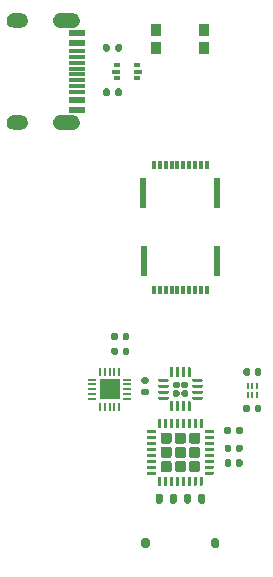
<source format=gtp>
G04 #@! TF.GenerationSoftware,KiCad,Pcbnew,8.0.5-8.0.5-0~ubuntu20.04.1*
G04 #@! TF.CreationDate,2025-01-20T10:50:09+00:00*
G04 #@! TF.ProjectId,servo,73657276-6f2e-46b6-9963-61645f706362,rev?*
G04 #@! TF.SameCoordinates,Original*
G04 #@! TF.FileFunction,Paste,Top*
G04 #@! TF.FilePolarity,Positive*
%FSLAX46Y46*%
G04 Gerber Fmt 4.6, Leading zero omitted, Abs format (unit mm)*
G04 Created by KiCad (PCBNEW 8.0.5-8.0.5-0~ubuntu20.04.1) date 2025-01-20 10:50:09*
%MOMM*%
%LPD*%
G01*
G04 APERTURE LIST*
%ADD10C,0.000000*%
%ADD11R,0.350000X0.800000*%
%ADD12R,0.600000X2.600000*%
%ADD13R,0.500000X0.375000*%
%ADD14R,0.650000X0.300000*%
%ADD15R,0.280000X0.530000*%
%ADD16R,0.900000X1.000000*%
%ADD17R,0.800000X0.200000*%
%ADD18R,0.200000X0.800000*%
%ADD19R,1.800000X1.800000*%
%ADD20R,1.450000X0.300000*%
%ADD21R,1.450000X0.600000*%
%ADD22R,1.450000X0.550000*%
G04 APERTURE END LIST*
D10*
G36*
X36632909Y-18199006D02*
G01*
X36779688Y-18259092D01*
X36905915Y-18355119D01*
X37003193Y-18480811D01*
X37085691Y-18783666D01*
X37064289Y-18941178D01*
X37002987Y-19087455D01*
X36905915Y-19212881D01*
X36779688Y-19308908D01*
X36632909Y-19368994D01*
X36475917Y-19389000D01*
X35875262Y-19389000D01*
X35719715Y-19367860D01*
X35574645Y-19307057D01*
X35450255Y-19210780D01*
X35355022Y-19085588D01*
X35295435Y-18940015D01*
X35275560Y-18784000D01*
X35295435Y-18627985D01*
X35355022Y-18482412D01*
X35450255Y-18357220D01*
X35574911Y-18260737D01*
X35874931Y-18179000D01*
X36475917Y-18179000D01*
X36632909Y-18199006D01*
G37*
G36*
X36632909Y-26835006D02*
G01*
X36779688Y-26895092D01*
X36905915Y-26991119D01*
X37003193Y-27116811D01*
X37085691Y-27419666D01*
X37064289Y-27577178D01*
X37002987Y-27723455D01*
X36905915Y-27848881D01*
X36779688Y-27944908D01*
X36632909Y-28004994D01*
X36475917Y-28025000D01*
X35875262Y-28025000D01*
X35719715Y-28003860D01*
X35574645Y-27943057D01*
X35450255Y-27846780D01*
X35355022Y-27721588D01*
X35295435Y-27576015D01*
X35275560Y-27420000D01*
X35295435Y-27263985D01*
X35355022Y-27118412D01*
X35450255Y-26993220D01*
X35574911Y-26896737D01*
X35874931Y-26815000D01*
X36475917Y-26815000D01*
X36632909Y-26835006D01*
G37*
G36*
X41105795Y-18200684D02*
G01*
X41244026Y-18264354D01*
X41361066Y-18361632D01*
X41449137Y-18486161D01*
X41515652Y-18779669D01*
X41501664Y-18931350D01*
X41448942Y-19074114D01*
X41361066Y-19198368D01*
X41244026Y-19295646D01*
X41105795Y-19359316D01*
X40956026Y-19385000D01*
X39755152Y-19385000D01*
X39606826Y-19358178D01*
X39470306Y-19293791D01*
X39355103Y-19196264D01*
X39269067Y-19072243D01*
X39218062Y-18930181D01*
X39205583Y-18780000D01*
X39218062Y-18629819D01*
X39269067Y-18487757D01*
X39355103Y-18363736D01*
X39470562Y-18265991D01*
X39754819Y-18175000D01*
X40956026Y-18175000D01*
X41105795Y-18200684D01*
G37*
G36*
X41105795Y-26840684D02*
G01*
X41244026Y-26904354D01*
X41361066Y-27001632D01*
X41449137Y-27126161D01*
X41515652Y-27419669D01*
X41501664Y-27571350D01*
X41448942Y-27714114D01*
X41361066Y-27838368D01*
X41244026Y-27935646D01*
X41105795Y-27999316D01*
X40956026Y-28025000D01*
X39755152Y-28025000D01*
X39606826Y-27998178D01*
X39470306Y-27933791D01*
X39355103Y-27836264D01*
X39269067Y-27712243D01*
X39218062Y-27570181D01*
X39205583Y-27420000D01*
X39218062Y-27269819D01*
X39269067Y-27127757D01*
X39355103Y-27003736D01*
X39470562Y-26905991D01*
X39754819Y-26815000D01*
X40956026Y-26815000D01*
X41105795Y-26840684D01*
G37*
D11*
X47750000Y-41562500D03*
X48250000Y-41562500D03*
X48750000Y-41562500D03*
X49250000Y-41562500D03*
X49750000Y-41562500D03*
X50250000Y-41562500D03*
X50750000Y-41562500D03*
X51250000Y-41562500D03*
X51750000Y-41562500D03*
X52250000Y-41562500D03*
D12*
X53130000Y-39162500D03*
X46880000Y-39162500D03*
G36*
G01*
X50957500Y-53665000D02*
X51442500Y-53665000D01*
G75*
G02*
X51685000Y-53907500I0J-242500D01*
G01*
X51685000Y-54392500D01*
G75*
G02*
X51442500Y-54635000I-242500J0D01*
G01*
X50957500Y-54635000D01*
G75*
G02*
X50715000Y-54392500I0J242500D01*
G01*
X50715000Y-53907500D01*
G75*
G02*
X50957500Y-53665000I242500J0D01*
G01*
G37*
G36*
G01*
X49757500Y-53665000D02*
X50242500Y-53665000D01*
G75*
G02*
X50485000Y-53907500I0J-242500D01*
G01*
X50485000Y-54392500D01*
G75*
G02*
X50242500Y-54635000I-242500J0D01*
G01*
X49757500Y-54635000D01*
G75*
G02*
X49515000Y-54392500I0J242500D01*
G01*
X49515000Y-53907500D01*
G75*
G02*
X49757500Y-53665000I242500J0D01*
G01*
G37*
G36*
G01*
X48557500Y-53665000D02*
X49042500Y-53665000D01*
G75*
G02*
X49285000Y-53907500I0J-242500D01*
G01*
X49285000Y-54392500D01*
G75*
G02*
X49042500Y-54635000I-242500J0D01*
G01*
X48557500Y-54635000D01*
G75*
G02*
X48315000Y-54392500I0J242500D01*
G01*
X48315000Y-53907500D01*
G75*
G02*
X48557500Y-53665000I242500J0D01*
G01*
G37*
G36*
G01*
X50957500Y-54865000D02*
X51442500Y-54865000D01*
G75*
G02*
X51685000Y-55107500I0J-242500D01*
G01*
X51685000Y-55592500D01*
G75*
G02*
X51442500Y-55835000I-242500J0D01*
G01*
X50957500Y-55835000D01*
G75*
G02*
X50715000Y-55592500I0J242500D01*
G01*
X50715000Y-55107500D01*
G75*
G02*
X50957500Y-54865000I242500J0D01*
G01*
G37*
G36*
G01*
X49757500Y-54865000D02*
X50242500Y-54865000D01*
G75*
G02*
X50485000Y-55107500I0J-242500D01*
G01*
X50485000Y-55592500D01*
G75*
G02*
X50242500Y-55835000I-242500J0D01*
G01*
X49757500Y-55835000D01*
G75*
G02*
X49515000Y-55592500I0J242500D01*
G01*
X49515000Y-55107500D01*
G75*
G02*
X49757500Y-54865000I242500J0D01*
G01*
G37*
G36*
G01*
X48557500Y-54865000D02*
X49042500Y-54865000D01*
G75*
G02*
X49285000Y-55107500I0J-242500D01*
G01*
X49285000Y-55592500D01*
G75*
G02*
X49042500Y-55835000I-242500J0D01*
G01*
X48557500Y-55835000D01*
G75*
G02*
X48315000Y-55592500I0J242500D01*
G01*
X48315000Y-55107500D01*
G75*
G02*
X48557500Y-54865000I242500J0D01*
G01*
G37*
G36*
G01*
X50957500Y-56065000D02*
X51442500Y-56065000D01*
G75*
G02*
X51685000Y-56307500I0J-242500D01*
G01*
X51685000Y-56792500D01*
G75*
G02*
X51442500Y-57035000I-242500J0D01*
G01*
X50957500Y-57035000D01*
G75*
G02*
X50715000Y-56792500I0J242500D01*
G01*
X50715000Y-56307500D01*
G75*
G02*
X50957500Y-56065000I242500J0D01*
G01*
G37*
G36*
G01*
X49757500Y-56065000D02*
X50242500Y-56065000D01*
G75*
G02*
X50485000Y-56307500I0J-242500D01*
G01*
X50485000Y-56792500D01*
G75*
G02*
X50242500Y-57035000I-242500J0D01*
G01*
X49757500Y-57035000D01*
G75*
G02*
X49515000Y-56792500I0J242500D01*
G01*
X49515000Y-56307500D01*
G75*
G02*
X49757500Y-56065000I242500J0D01*
G01*
G37*
G36*
G01*
X48557500Y-56065000D02*
X49042500Y-56065000D01*
G75*
G02*
X49285000Y-56307500I0J-242500D01*
G01*
X49285000Y-56792500D01*
G75*
G02*
X49042500Y-57035000I-242500J0D01*
G01*
X48557500Y-57035000D01*
G75*
G02*
X48315000Y-56792500I0J242500D01*
G01*
X48315000Y-56307500D01*
G75*
G02*
X48557500Y-56065000I242500J0D01*
G01*
G37*
G36*
G01*
X51687500Y-52500000D02*
X51812500Y-52500000D01*
G75*
G02*
X51875000Y-52562500I0J-62500D01*
G01*
X51875000Y-53237500D01*
G75*
G02*
X51812500Y-53300000I-62500J0D01*
G01*
X51687500Y-53300000D01*
G75*
G02*
X51625000Y-53237500I0J62500D01*
G01*
X51625000Y-52562500D01*
G75*
G02*
X51687500Y-52500000I62500J0D01*
G01*
G37*
G36*
G01*
X51187500Y-52500000D02*
X51312500Y-52500000D01*
G75*
G02*
X51375000Y-52562500I0J-62500D01*
G01*
X51375000Y-53237500D01*
G75*
G02*
X51312500Y-53300000I-62500J0D01*
G01*
X51187500Y-53300000D01*
G75*
G02*
X51125000Y-53237500I0J62500D01*
G01*
X51125000Y-52562500D01*
G75*
G02*
X51187500Y-52500000I62500J0D01*
G01*
G37*
G36*
G01*
X50687500Y-52500000D02*
X50812500Y-52500000D01*
G75*
G02*
X50875000Y-52562500I0J-62500D01*
G01*
X50875000Y-53237500D01*
G75*
G02*
X50812500Y-53300000I-62500J0D01*
G01*
X50687500Y-53300000D01*
G75*
G02*
X50625000Y-53237500I0J62500D01*
G01*
X50625000Y-52562500D01*
G75*
G02*
X50687500Y-52500000I62500J0D01*
G01*
G37*
G36*
G01*
X50187500Y-52500000D02*
X50312500Y-52500000D01*
G75*
G02*
X50375000Y-52562500I0J-62500D01*
G01*
X50375000Y-53237500D01*
G75*
G02*
X50312500Y-53300000I-62500J0D01*
G01*
X50187500Y-53300000D01*
G75*
G02*
X50125000Y-53237500I0J62500D01*
G01*
X50125000Y-52562500D01*
G75*
G02*
X50187500Y-52500000I62500J0D01*
G01*
G37*
G36*
G01*
X49687500Y-52500000D02*
X49812500Y-52500000D01*
G75*
G02*
X49875000Y-52562500I0J-62500D01*
G01*
X49875000Y-53237500D01*
G75*
G02*
X49812500Y-53300000I-62500J0D01*
G01*
X49687500Y-53300000D01*
G75*
G02*
X49625000Y-53237500I0J62500D01*
G01*
X49625000Y-52562500D01*
G75*
G02*
X49687500Y-52500000I62500J0D01*
G01*
G37*
G36*
G01*
X49187500Y-52500000D02*
X49312500Y-52500000D01*
G75*
G02*
X49375000Y-52562500I0J-62500D01*
G01*
X49375000Y-53237500D01*
G75*
G02*
X49312500Y-53300000I-62500J0D01*
G01*
X49187500Y-53300000D01*
G75*
G02*
X49125000Y-53237500I0J62500D01*
G01*
X49125000Y-52562500D01*
G75*
G02*
X49187500Y-52500000I62500J0D01*
G01*
G37*
G36*
G01*
X48687500Y-52500000D02*
X48812500Y-52500000D01*
G75*
G02*
X48875000Y-52562500I0J-62500D01*
G01*
X48875000Y-53237500D01*
G75*
G02*
X48812500Y-53300000I-62500J0D01*
G01*
X48687500Y-53300000D01*
G75*
G02*
X48625000Y-53237500I0J62500D01*
G01*
X48625000Y-52562500D01*
G75*
G02*
X48687500Y-52500000I62500J0D01*
G01*
G37*
G36*
G01*
X48187500Y-52500000D02*
X48312500Y-52500000D01*
G75*
G02*
X48375000Y-52562500I0J-62500D01*
G01*
X48375000Y-53237500D01*
G75*
G02*
X48312500Y-53300000I-62500J0D01*
G01*
X48187500Y-53300000D01*
G75*
G02*
X48125000Y-53237500I0J62500D01*
G01*
X48125000Y-52562500D01*
G75*
G02*
X48187500Y-52500000I62500J0D01*
G01*
G37*
G36*
G01*
X47212500Y-53475000D02*
X47887500Y-53475000D01*
G75*
G02*
X47950000Y-53537500I0J-62500D01*
G01*
X47950000Y-53662500D01*
G75*
G02*
X47887500Y-53725000I-62500J0D01*
G01*
X47212500Y-53725000D01*
G75*
G02*
X47150000Y-53662500I0J62500D01*
G01*
X47150000Y-53537500D01*
G75*
G02*
X47212500Y-53475000I62500J0D01*
G01*
G37*
G36*
G01*
X47212500Y-53975000D02*
X47887500Y-53975000D01*
G75*
G02*
X47950000Y-54037500I0J-62500D01*
G01*
X47950000Y-54162500D01*
G75*
G02*
X47887500Y-54225000I-62500J0D01*
G01*
X47212500Y-54225000D01*
G75*
G02*
X47150000Y-54162500I0J62500D01*
G01*
X47150000Y-54037500D01*
G75*
G02*
X47212500Y-53975000I62500J0D01*
G01*
G37*
G36*
G01*
X47212500Y-54475000D02*
X47887500Y-54475000D01*
G75*
G02*
X47950000Y-54537500I0J-62500D01*
G01*
X47950000Y-54662500D01*
G75*
G02*
X47887500Y-54725000I-62500J0D01*
G01*
X47212500Y-54725000D01*
G75*
G02*
X47150000Y-54662500I0J62500D01*
G01*
X47150000Y-54537500D01*
G75*
G02*
X47212500Y-54475000I62500J0D01*
G01*
G37*
G36*
G01*
X47212500Y-54975000D02*
X47887500Y-54975000D01*
G75*
G02*
X47950000Y-55037500I0J-62500D01*
G01*
X47950000Y-55162500D01*
G75*
G02*
X47887500Y-55225000I-62500J0D01*
G01*
X47212500Y-55225000D01*
G75*
G02*
X47150000Y-55162500I0J62500D01*
G01*
X47150000Y-55037500D01*
G75*
G02*
X47212500Y-54975000I62500J0D01*
G01*
G37*
G36*
G01*
X47212500Y-55475000D02*
X47887500Y-55475000D01*
G75*
G02*
X47950000Y-55537500I0J-62500D01*
G01*
X47950000Y-55662500D01*
G75*
G02*
X47887500Y-55725000I-62500J0D01*
G01*
X47212500Y-55725000D01*
G75*
G02*
X47150000Y-55662500I0J62500D01*
G01*
X47150000Y-55537500D01*
G75*
G02*
X47212500Y-55475000I62500J0D01*
G01*
G37*
G36*
G01*
X47212500Y-55975000D02*
X47887500Y-55975000D01*
G75*
G02*
X47950000Y-56037500I0J-62500D01*
G01*
X47950000Y-56162500D01*
G75*
G02*
X47887500Y-56225000I-62500J0D01*
G01*
X47212500Y-56225000D01*
G75*
G02*
X47150000Y-56162500I0J62500D01*
G01*
X47150000Y-56037500D01*
G75*
G02*
X47212500Y-55975000I62500J0D01*
G01*
G37*
G36*
G01*
X47212500Y-56475000D02*
X47887500Y-56475000D01*
G75*
G02*
X47950000Y-56537500I0J-62500D01*
G01*
X47950000Y-56662500D01*
G75*
G02*
X47887500Y-56725000I-62500J0D01*
G01*
X47212500Y-56725000D01*
G75*
G02*
X47150000Y-56662500I0J62500D01*
G01*
X47150000Y-56537500D01*
G75*
G02*
X47212500Y-56475000I62500J0D01*
G01*
G37*
G36*
G01*
X47212500Y-56975000D02*
X47887500Y-56975000D01*
G75*
G02*
X47950000Y-57037500I0J-62500D01*
G01*
X47950000Y-57162500D01*
G75*
G02*
X47887500Y-57225000I-62500J0D01*
G01*
X47212500Y-57225000D01*
G75*
G02*
X47150000Y-57162500I0J62500D01*
G01*
X47150000Y-57037500D01*
G75*
G02*
X47212500Y-56975000I62500J0D01*
G01*
G37*
G36*
G01*
X48187500Y-57400000D02*
X48312500Y-57400000D01*
G75*
G02*
X48375000Y-57462500I0J-62500D01*
G01*
X48375000Y-58137500D01*
G75*
G02*
X48312500Y-58200000I-62500J0D01*
G01*
X48187500Y-58200000D01*
G75*
G02*
X48125000Y-58137500I0J62500D01*
G01*
X48125000Y-57462500D01*
G75*
G02*
X48187500Y-57400000I62500J0D01*
G01*
G37*
G36*
G01*
X48687500Y-57400000D02*
X48812500Y-57400000D01*
G75*
G02*
X48875000Y-57462500I0J-62500D01*
G01*
X48875000Y-58137500D01*
G75*
G02*
X48812500Y-58200000I-62500J0D01*
G01*
X48687500Y-58200000D01*
G75*
G02*
X48625000Y-58137500I0J62500D01*
G01*
X48625000Y-57462500D01*
G75*
G02*
X48687500Y-57400000I62500J0D01*
G01*
G37*
G36*
G01*
X49187500Y-57400000D02*
X49312500Y-57400000D01*
G75*
G02*
X49375000Y-57462500I0J-62500D01*
G01*
X49375000Y-58137500D01*
G75*
G02*
X49312500Y-58200000I-62500J0D01*
G01*
X49187500Y-58200000D01*
G75*
G02*
X49125000Y-58137500I0J62500D01*
G01*
X49125000Y-57462500D01*
G75*
G02*
X49187500Y-57400000I62500J0D01*
G01*
G37*
G36*
G01*
X49687500Y-57400000D02*
X49812500Y-57400000D01*
G75*
G02*
X49875000Y-57462500I0J-62500D01*
G01*
X49875000Y-58137500D01*
G75*
G02*
X49812500Y-58200000I-62500J0D01*
G01*
X49687500Y-58200000D01*
G75*
G02*
X49625000Y-58137500I0J62500D01*
G01*
X49625000Y-57462500D01*
G75*
G02*
X49687500Y-57400000I62500J0D01*
G01*
G37*
G36*
G01*
X50187500Y-57400000D02*
X50312500Y-57400000D01*
G75*
G02*
X50375000Y-57462500I0J-62500D01*
G01*
X50375000Y-58137500D01*
G75*
G02*
X50312500Y-58200000I-62500J0D01*
G01*
X50187500Y-58200000D01*
G75*
G02*
X50125000Y-58137500I0J62500D01*
G01*
X50125000Y-57462500D01*
G75*
G02*
X50187500Y-57400000I62500J0D01*
G01*
G37*
G36*
G01*
X50687500Y-57400000D02*
X50812500Y-57400000D01*
G75*
G02*
X50875000Y-57462500I0J-62500D01*
G01*
X50875000Y-58137500D01*
G75*
G02*
X50812500Y-58200000I-62500J0D01*
G01*
X50687500Y-58200000D01*
G75*
G02*
X50625000Y-58137500I0J62500D01*
G01*
X50625000Y-57462500D01*
G75*
G02*
X50687500Y-57400000I62500J0D01*
G01*
G37*
G36*
G01*
X51187500Y-57400000D02*
X51312500Y-57400000D01*
G75*
G02*
X51375000Y-57462500I0J-62500D01*
G01*
X51375000Y-58137500D01*
G75*
G02*
X51312500Y-58200000I-62500J0D01*
G01*
X51187500Y-58200000D01*
G75*
G02*
X51125000Y-58137500I0J62500D01*
G01*
X51125000Y-57462500D01*
G75*
G02*
X51187500Y-57400000I62500J0D01*
G01*
G37*
G36*
G01*
X51687500Y-57400000D02*
X51812500Y-57400000D01*
G75*
G02*
X51875000Y-57462500I0J-62500D01*
G01*
X51875000Y-58137500D01*
G75*
G02*
X51812500Y-58200000I-62500J0D01*
G01*
X51687500Y-58200000D01*
G75*
G02*
X51625000Y-58137500I0J62500D01*
G01*
X51625000Y-57462500D01*
G75*
G02*
X51687500Y-57400000I62500J0D01*
G01*
G37*
G36*
G01*
X52112500Y-56975000D02*
X52787500Y-56975000D01*
G75*
G02*
X52850000Y-57037500I0J-62500D01*
G01*
X52850000Y-57162500D01*
G75*
G02*
X52787500Y-57225000I-62500J0D01*
G01*
X52112500Y-57225000D01*
G75*
G02*
X52050000Y-57162500I0J62500D01*
G01*
X52050000Y-57037500D01*
G75*
G02*
X52112500Y-56975000I62500J0D01*
G01*
G37*
G36*
G01*
X52112500Y-56475000D02*
X52787500Y-56475000D01*
G75*
G02*
X52850000Y-56537500I0J-62500D01*
G01*
X52850000Y-56662500D01*
G75*
G02*
X52787500Y-56725000I-62500J0D01*
G01*
X52112500Y-56725000D01*
G75*
G02*
X52050000Y-56662500I0J62500D01*
G01*
X52050000Y-56537500D01*
G75*
G02*
X52112500Y-56475000I62500J0D01*
G01*
G37*
G36*
G01*
X52112500Y-55975000D02*
X52787500Y-55975000D01*
G75*
G02*
X52850000Y-56037500I0J-62500D01*
G01*
X52850000Y-56162500D01*
G75*
G02*
X52787500Y-56225000I-62500J0D01*
G01*
X52112500Y-56225000D01*
G75*
G02*
X52050000Y-56162500I0J62500D01*
G01*
X52050000Y-56037500D01*
G75*
G02*
X52112500Y-55975000I62500J0D01*
G01*
G37*
G36*
G01*
X52112500Y-55475000D02*
X52787500Y-55475000D01*
G75*
G02*
X52850000Y-55537500I0J-62500D01*
G01*
X52850000Y-55662500D01*
G75*
G02*
X52787500Y-55725000I-62500J0D01*
G01*
X52112500Y-55725000D01*
G75*
G02*
X52050000Y-55662500I0J62500D01*
G01*
X52050000Y-55537500D01*
G75*
G02*
X52112500Y-55475000I62500J0D01*
G01*
G37*
G36*
G01*
X52112500Y-54975000D02*
X52787500Y-54975000D01*
G75*
G02*
X52850000Y-55037500I0J-62500D01*
G01*
X52850000Y-55162500D01*
G75*
G02*
X52787500Y-55225000I-62500J0D01*
G01*
X52112500Y-55225000D01*
G75*
G02*
X52050000Y-55162500I0J62500D01*
G01*
X52050000Y-55037500D01*
G75*
G02*
X52112500Y-54975000I62500J0D01*
G01*
G37*
G36*
G01*
X52112500Y-54475000D02*
X52787500Y-54475000D01*
G75*
G02*
X52850000Y-54537500I0J-62500D01*
G01*
X52850000Y-54662500D01*
G75*
G02*
X52787500Y-54725000I-62500J0D01*
G01*
X52112500Y-54725000D01*
G75*
G02*
X52050000Y-54662500I0J62500D01*
G01*
X52050000Y-54537500D01*
G75*
G02*
X52112500Y-54475000I62500J0D01*
G01*
G37*
G36*
G01*
X52112500Y-53975000D02*
X52787500Y-53975000D01*
G75*
G02*
X52850000Y-54037500I0J-62500D01*
G01*
X52850000Y-54162500D01*
G75*
G02*
X52787500Y-54225000I-62500J0D01*
G01*
X52112500Y-54225000D01*
G75*
G02*
X52050000Y-54162500I0J62500D01*
G01*
X52050000Y-54037500D01*
G75*
G02*
X52112500Y-53975000I62500J0D01*
G01*
G37*
G36*
G01*
X52112500Y-53475000D02*
X52787500Y-53475000D01*
G75*
G02*
X52850000Y-53537500I0J-62500D01*
G01*
X52850000Y-53662500D01*
G75*
G02*
X52787500Y-53725000I-62500J0D01*
G01*
X52112500Y-53725000D01*
G75*
G02*
X52050000Y-53662500I0J62500D01*
G01*
X52050000Y-53537500D01*
G75*
G02*
X52112500Y-53475000I62500J0D01*
G01*
G37*
D13*
X46350000Y-23637500D03*
D14*
X46425000Y-23100000D03*
D13*
X46350000Y-22562500D03*
X44650000Y-22562500D03*
D14*
X44575000Y-23100000D03*
D13*
X44650000Y-23637500D03*
D15*
X55700000Y-50500000D03*
X56100000Y-50500000D03*
X56500000Y-50500000D03*
X56500000Y-49764000D03*
X56100000Y-49764000D03*
X55700000Y-49764000D03*
G36*
G01*
X55260000Y-56080000D02*
X55260000Y-56420000D01*
G75*
G02*
X55120000Y-56560000I-140000J0D01*
G01*
X54840000Y-56560000D01*
G75*
G02*
X54700000Y-56420000I0J140000D01*
G01*
X54700000Y-56080000D01*
G75*
G02*
X54840000Y-55940000I140000J0D01*
G01*
X55120000Y-55940000D01*
G75*
G02*
X55260000Y-56080000I0J-140000D01*
G01*
G37*
G36*
G01*
X54300000Y-56080000D02*
X54300000Y-56420000D01*
G75*
G02*
X54160000Y-56560000I-140000J0D01*
G01*
X53880000Y-56560000D01*
G75*
G02*
X53740000Y-56420000I0J140000D01*
G01*
X53740000Y-56080000D01*
G75*
G02*
X53880000Y-55940000I140000J0D01*
G01*
X54160000Y-55940000D01*
G75*
G02*
X54300000Y-56080000I0J-140000D01*
G01*
G37*
D16*
X47900000Y-21150000D03*
X52000000Y-21150000D03*
X52000000Y-19550000D03*
X47900000Y-19550000D03*
G36*
G01*
X56860000Y-51462000D02*
X56860000Y-51802000D01*
G75*
G02*
X56720000Y-51942000I-140000J0D01*
G01*
X56440000Y-51942000D01*
G75*
G02*
X56300000Y-51802000I0J140000D01*
G01*
X56300000Y-51462000D01*
G75*
G02*
X56440000Y-51322000I140000J0D01*
G01*
X56720000Y-51322000D01*
G75*
G02*
X56860000Y-51462000I0J-140000D01*
G01*
G37*
G36*
G01*
X55900000Y-51462000D02*
X55900000Y-51802000D01*
G75*
G02*
X55760000Y-51942000I-140000J0D01*
G01*
X55480000Y-51942000D01*
G75*
G02*
X55340000Y-51802000I0J140000D01*
G01*
X55340000Y-51462000D01*
G75*
G02*
X55480000Y-51322000I140000J0D01*
G01*
X55760000Y-51322000D01*
G75*
G02*
X55900000Y-51462000I0J-140000D01*
G01*
G37*
G36*
G01*
X49785000Y-50650000D02*
X49495000Y-50650000D01*
G75*
G02*
X49350000Y-50505000I0J145000D01*
G01*
X49350000Y-50215000D01*
G75*
G02*
X49495000Y-50070000I145000J0D01*
G01*
X49785000Y-50070000D01*
G75*
G02*
X49930000Y-50215000I0J-145000D01*
G01*
X49930000Y-50505000D01*
G75*
G02*
X49785000Y-50650000I-145000J0D01*
G01*
G37*
G36*
G01*
X50505000Y-50650000D02*
X50215000Y-50650000D01*
G75*
G02*
X50070000Y-50505000I0J145000D01*
G01*
X50070000Y-50215000D01*
G75*
G02*
X50215000Y-50070000I145000J0D01*
G01*
X50505000Y-50070000D01*
G75*
G02*
X50650000Y-50215000I0J-145000D01*
G01*
X50650000Y-50505000D01*
G75*
G02*
X50505000Y-50650000I-145000J0D01*
G01*
G37*
G36*
G01*
X49785000Y-49930000D02*
X49495000Y-49930000D01*
G75*
G02*
X49350000Y-49785000I0J145000D01*
G01*
X49350000Y-49495000D01*
G75*
G02*
X49495000Y-49350000I145000J0D01*
G01*
X49785000Y-49350000D01*
G75*
G02*
X49930000Y-49495000I0J-145000D01*
G01*
X49930000Y-49785000D01*
G75*
G02*
X49785000Y-49930000I-145000J0D01*
G01*
G37*
G36*
G01*
X50505000Y-49930000D02*
X50215000Y-49930000D01*
G75*
G02*
X50070000Y-49785000I0J145000D01*
G01*
X50070000Y-49495000D01*
G75*
G02*
X50215000Y-49350000I145000J0D01*
G01*
X50505000Y-49350000D01*
G75*
G02*
X50650000Y-49495000I0J-145000D01*
G01*
X50650000Y-49785000D01*
G75*
G02*
X50505000Y-49930000I-145000J0D01*
G01*
G37*
G36*
G01*
X49312500Y-51875000D02*
X49187500Y-51875000D01*
G75*
G02*
X49125000Y-51812500I0J62500D01*
G01*
X49125000Y-51062500D01*
G75*
G02*
X49187500Y-51000000I62500J0D01*
G01*
X49312500Y-51000000D01*
G75*
G02*
X49375000Y-51062500I0J-62500D01*
G01*
X49375000Y-51812500D01*
G75*
G02*
X49312500Y-51875000I-62500J0D01*
G01*
G37*
G36*
G01*
X49812500Y-51875000D02*
X49687500Y-51875000D01*
G75*
G02*
X49625000Y-51812500I0J62500D01*
G01*
X49625000Y-51062500D01*
G75*
G02*
X49687500Y-51000000I62500J0D01*
G01*
X49812500Y-51000000D01*
G75*
G02*
X49875000Y-51062500I0J-62500D01*
G01*
X49875000Y-51812500D01*
G75*
G02*
X49812500Y-51875000I-62500J0D01*
G01*
G37*
G36*
G01*
X50312500Y-51875000D02*
X50187500Y-51875000D01*
G75*
G02*
X50125000Y-51812500I0J62500D01*
G01*
X50125000Y-51062500D01*
G75*
G02*
X50187500Y-51000000I62500J0D01*
G01*
X50312500Y-51000000D01*
G75*
G02*
X50375000Y-51062500I0J-62500D01*
G01*
X50375000Y-51812500D01*
G75*
G02*
X50312500Y-51875000I-62500J0D01*
G01*
G37*
G36*
G01*
X50812500Y-51875000D02*
X50687500Y-51875000D01*
G75*
G02*
X50625000Y-51812500I0J62500D01*
G01*
X50625000Y-51062500D01*
G75*
G02*
X50687500Y-51000000I62500J0D01*
G01*
X50812500Y-51000000D01*
G75*
G02*
X50875000Y-51062500I0J-62500D01*
G01*
X50875000Y-51812500D01*
G75*
G02*
X50812500Y-51875000I-62500J0D01*
G01*
G37*
G36*
G01*
X51812500Y-50875000D02*
X51062500Y-50875000D01*
G75*
G02*
X51000000Y-50812500I0J62500D01*
G01*
X51000000Y-50687500D01*
G75*
G02*
X51062500Y-50625000I62500J0D01*
G01*
X51812500Y-50625000D01*
G75*
G02*
X51875000Y-50687500I0J-62500D01*
G01*
X51875000Y-50812500D01*
G75*
G02*
X51812500Y-50875000I-62500J0D01*
G01*
G37*
G36*
G01*
X51812500Y-50375000D02*
X51062500Y-50375000D01*
G75*
G02*
X51000000Y-50312500I0J62500D01*
G01*
X51000000Y-50187500D01*
G75*
G02*
X51062500Y-50125000I62500J0D01*
G01*
X51812500Y-50125000D01*
G75*
G02*
X51875000Y-50187500I0J-62500D01*
G01*
X51875000Y-50312500D01*
G75*
G02*
X51812500Y-50375000I-62500J0D01*
G01*
G37*
G36*
G01*
X51812500Y-49875000D02*
X51062500Y-49875000D01*
G75*
G02*
X51000000Y-49812500I0J62500D01*
G01*
X51000000Y-49687500D01*
G75*
G02*
X51062500Y-49625000I62500J0D01*
G01*
X51812500Y-49625000D01*
G75*
G02*
X51875000Y-49687500I0J-62500D01*
G01*
X51875000Y-49812500D01*
G75*
G02*
X51812500Y-49875000I-62500J0D01*
G01*
G37*
G36*
G01*
X51812500Y-49375000D02*
X51062500Y-49375000D01*
G75*
G02*
X51000000Y-49312500I0J62500D01*
G01*
X51000000Y-49187500D01*
G75*
G02*
X51062500Y-49125000I62500J0D01*
G01*
X51812500Y-49125000D01*
G75*
G02*
X51875000Y-49187500I0J-62500D01*
G01*
X51875000Y-49312500D01*
G75*
G02*
X51812500Y-49375000I-62500J0D01*
G01*
G37*
G36*
G01*
X50812500Y-49000000D02*
X50687500Y-49000000D01*
G75*
G02*
X50625000Y-48937500I0J62500D01*
G01*
X50625000Y-48187500D01*
G75*
G02*
X50687500Y-48125000I62500J0D01*
G01*
X50812500Y-48125000D01*
G75*
G02*
X50875000Y-48187500I0J-62500D01*
G01*
X50875000Y-48937500D01*
G75*
G02*
X50812500Y-49000000I-62500J0D01*
G01*
G37*
G36*
G01*
X50312500Y-49000000D02*
X50187500Y-49000000D01*
G75*
G02*
X50125000Y-48937500I0J62500D01*
G01*
X50125000Y-48187500D01*
G75*
G02*
X50187500Y-48125000I62500J0D01*
G01*
X50312500Y-48125000D01*
G75*
G02*
X50375000Y-48187500I0J-62500D01*
G01*
X50375000Y-48937500D01*
G75*
G02*
X50312500Y-49000000I-62500J0D01*
G01*
G37*
G36*
G01*
X49812500Y-49000000D02*
X49687500Y-49000000D01*
G75*
G02*
X49625000Y-48937500I0J62500D01*
G01*
X49625000Y-48187500D01*
G75*
G02*
X49687500Y-48125000I62500J0D01*
G01*
X49812500Y-48125000D01*
G75*
G02*
X49875000Y-48187500I0J-62500D01*
G01*
X49875000Y-48937500D01*
G75*
G02*
X49812500Y-49000000I-62500J0D01*
G01*
G37*
G36*
G01*
X49312500Y-49000000D02*
X49187500Y-49000000D01*
G75*
G02*
X49125000Y-48937500I0J62500D01*
G01*
X49125000Y-48187500D01*
G75*
G02*
X49187500Y-48125000I62500J0D01*
G01*
X49312500Y-48125000D01*
G75*
G02*
X49375000Y-48187500I0J-62500D01*
G01*
X49375000Y-48937500D01*
G75*
G02*
X49312500Y-49000000I-62500J0D01*
G01*
G37*
G36*
G01*
X48937500Y-49375000D02*
X48187500Y-49375000D01*
G75*
G02*
X48125000Y-49312500I0J62500D01*
G01*
X48125000Y-49187500D01*
G75*
G02*
X48187500Y-49125000I62500J0D01*
G01*
X48937500Y-49125000D01*
G75*
G02*
X49000000Y-49187500I0J-62500D01*
G01*
X49000000Y-49312500D01*
G75*
G02*
X48937500Y-49375000I-62500J0D01*
G01*
G37*
G36*
G01*
X48937500Y-49875000D02*
X48187500Y-49875000D01*
G75*
G02*
X48125000Y-49812500I0J62500D01*
G01*
X48125000Y-49687500D01*
G75*
G02*
X48187500Y-49625000I62500J0D01*
G01*
X48937500Y-49625000D01*
G75*
G02*
X49000000Y-49687500I0J-62500D01*
G01*
X49000000Y-49812500D01*
G75*
G02*
X48937500Y-49875000I-62500J0D01*
G01*
G37*
G36*
G01*
X48937500Y-50375000D02*
X48187500Y-50375000D01*
G75*
G02*
X48125000Y-50312500I0J62500D01*
G01*
X48125000Y-50187500D01*
G75*
G02*
X48187500Y-50125000I62500J0D01*
G01*
X48937500Y-50125000D01*
G75*
G02*
X49000000Y-50187500I0J-62500D01*
G01*
X49000000Y-50312500D01*
G75*
G02*
X48937500Y-50375000I-62500J0D01*
G01*
G37*
G36*
G01*
X48937500Y-50875000D02*
X48187500Y-50875000D01*
G75*
G02*
X48125000Y-50812500I0J62500D01*
G01*
X48125000Y-50687500D01*
G75*
G02*
X48187500Y-50625000I62500J0D01*
G01*
X48937500Y-50625000D01*
G75*
G02*
X49000000Y-50687500I0J-62500D01*
G01*
X49000000Y-50812500D01*
G75*
G02*
X48937500Y-50875000I-62500J0D01*
G01*
G37*
G36*
G01*
X47170000Y-50510000D02*
X46830000Y-50510000D01*
G75*
G02*
X46690000Y-50370000I0J140000D01*
G01*
X46690000Y-50090000D01*
G75*
G02*
X46830000Y-49950000I140000J0D01*
G01*
X47170000Y-49950000D01*
G75*
G02*
X47310000Y-50090000I0J-140000D01*
G01*
X47310000Y-50370000D01*
G75*
G02*
X47170000Y-50510000I-140000J0D01*
G01*
G37*
G36*
G01*
X47170000Y-49550000D02*
X46830000Y-49550000D01*
G75*
G02*
X46690000Y-49410000I0J140000D01*
G01*
X46690000Y-49130000D01*
G75*
G02*
X46830000Y-48990000I140000J0D01*
G01*
X47170000Y-48990000D01*
G75*
G02*
X47310000Y-49130000I0J-140000D01*
G01*
X47310000Y-49410000D01*
G75*
G02*
X47170000Y-49550000I-140000J0D01*
G01*
G37*
D17*
X42500000Y-49200000D03*
X42500000Y-49600000D03*
X42500000Y-50000000D03*
X42500000Y-50400000D03*
X42500000Y-50800000D03*
D18*
X43200000Y-51500000D03*
X43600000Y-51500000D03*
X44000000Y-51500000D03*
X44400000Y-51500000D03*
X44800000Y-51500000D03*
D17*
X45500000Y-50800000D03*
X45500000Y-50400000D03*
X45500000Y-50000000D03*
X45500000Y-49600000D03*
X45500000Y-49200000D03*
D18*
X44800000Y-48500000D03*
X44400000Y-48500000D03*
X44000000Y-48500000D03*
X43600000Y-48500000D03*
X43200000Y-48500000D03*
D19*
X44000000Y-50000000D03*
G36*
G01*
X55280000Y-53315000D02*
X55280000Y-53685000D01*
G75*
G02*
X55145000Y-53820000I-135000J0D01*
G01*
X54875000Y-53820000D01*
G75*
G02*
X54740000Y-53685000I0J135000D01*
G01*
X54740000Y-53315000D01*
G75*
G02*
X54875000Y-53180000I135000J0D01*
G01*
X55145000Y-53180000D01*
G75*
G02*
X55280000Y-53315000I0J-135000D01*
G01*
G37*
G36*
G01*
X54260000Y-53315000D02*
X54260000Y-53685000D01*
G75*
G02*
X54125000Y-53820000I-135000J0D01*
G01*
X53855000Y-53820000D01*
G75*
G02*
X53720000Y-53685000I0J135000D01*
G01*
X53720000Y-53315000D01*
G75*
G02*
X53855000Y-53180000I135000J0D01*
G01*
X54125000Y-53180000D01*
G75*
G02*
X54260000Y-53315000I0J-135000D01*
G01*
G37*
D20*
X41275600Y-21850000D03*
X41275600Y-22850000D03*
X41275600Y-23350000D03*
X41275600Y-24350000D03*
X41275600Y-24850000D03*
X41275600Y-23850000D03*
X41275600Y-22350000D03*
X41275600Y-21350000D03*
D21*
X41275600Y-19875000D03*
X41275600Y-26325000D03*
D22*
X41275600Y-20650000D03*
X41275600Y-25550000D03*
D11*
X52250000Y-30987500D03*
X51750000Y-30987500D03*
X51250000Y-30987500D03*
X50750000Y-30987500D03*
X50250000Y-30987500D03*
X49750000Y-30987500D03*
X49250000Y-30987500D03*
X48750000Y-30987500D03*
X48250000Y-30987500D03*
X47750000Y-30987500D03*
D12*
X46870000Y-33387500D03*
X53120000Y-33387500D03*
G36*
G01*
X44160000Y-46970000D02*
X44160000Y-46630000D01*
G75*
G02*
X44300000Y-46490000I140000J0D01*
G01*
X44580000Y-46490000D01*
G75*
G02*
X44720000Y-46630000I0J-140000D01*
G01*
X44720000Y-46970000D01*
G75*
G02*
X44580000Y-47110000I-140000J0D01*
G01*
X44300000Y-47110000D01*
G75*
G02*
X44160000Y-46970000I0J140000D01*
G01*
G37*
G36*
G01*
X45120000Y-46970000D02*
X45120000Y-46630000D01*
G75*
G02*
X45260000Y-46490000I140000J0D01*
G01*
X45540000Y-46490000D01*
G75*
G02*
X45680000Y-46630000I0J-140000D01*
G01*
X45680000Y-46970000D01*
G75*
G02*
X45540000Y-47110000I-140000J0D01*
G01*
X45260000Y-47110000D01*
G75*
G02*
X45120000Y-46970000I0J140000D01*
G01*
G37*
G36*
G01*
X56860000Y-48380000D02*
X56860000Y-48720000D01*
G75*
G02*
X56720000Y-48860000I-140000J0D01*
G01*
X56440000Y-48860000D01*
G75*
G02*
X56300000Y-48720000I0J140000D01*
G01*
X56300000Y-48380000D01*
G75*
G02*
X56440000Y-48240000I140000J0D01*
G01*
X56720000Y-48240000D01*
G75*
G02*
X56860000Y-48380000I0J-140000D01*
G01*
G37*
G36*
G01*
X55900000Y-48380000D02*
X55900000Y-48720000D01*
G75*
G02*
X55760000Y-48860000I-140000J0D01*
G01*
X55480000Y-48860000D01*
G75*
G02*
X55340000Y-48720000I0J140000D01*
G01*
X55340000Y-48380000D01*
G75*
G02*
X55480000Y-48240000I140000J0D01*
G01*
X55760000Y-48240000D01*
G75*
G02*
X55900000Y-48380000I0J-140000D01*
G01*
G37*
G36*
G01*
X44490000Y-21285000D02*
X44490000Y-20915000D01*
G75*
G02*
X44625000Y-20780000I135000J0D01*
G01*
X44895000Y-20780000D01*
G75*
G02*
X45030000Y-20915000I0J-135000D01*
G01*
X45030000Y-21285000D01*
G75*
G02*
X44895000Y-21420000I-135000J0D01*
G01*
X44625000Y-21420000D01*
G75*
G02*
X44490000Y-21285000I0J135000D01*
G01*
G37*
G36*
G01*
X43470000Y-21285000D02*
X43470000Y-20915000D01*
G75*
G02*
X43605000Y-20780000I135000J0D01*
G01*
X43875000Y-20780000D01*
G75*
G02*
X44010000Y-20915000I0J-135000D01*
G01*
X44010000Y-21285000D01*
G75*
G02*
X43875000Y-21420000I-135000J0D01*
G01*
X43605000Y-21420000D01*
G75*
G02*
X43470000Y-21285000I0J135000D01*
G01*
G37*
G36*
G01*
X53740000Y-55170000D02*
X53740000Y-54830000D01*
G75*
G02*
X53880000Y-54690000I140000J0D01*
G01*
X54160000Y-54690000D01*
G75*
G02*
X54300000Y-54830000I0J-140000D01*
G01*
X54300000Y-55170000D01*
G75*
G02*
X54160000Y-55310000I-140000J0D01*
G01*
X53880000Y-55310000D01*
G75*
G02*
X53740000Y-55170000I0J140000D01*
G01*
G37*
G36*
G01*
X54700000Y-55170000D02*
X54700000Y-54830000D01*
G75*
G02*
X54840000Y-54690000I140000J0D01*
G01*
X55120000Y-54690000D01*
G75*
G02*
X55260000Y-54830000I0J-140000D01*
G01*
X55260000Y-55170000D01*
G75*
G02*
X55120000Y-55310000I-140000J0D01*
G01*
X54840000Y-55310000D01*
G75*
G02*
X54700000Y-55170000I0J140000D01*
G01*
G37*
G36*
G01*
X44490000Y-25035000D02*
X44490000Y-24665000D01*
G75*
G02*
X44625000Y-24530000I135000J0D01*
G01*
X44895000Y-24530000D01*
G75*
G02*
X45030000Y-24665000I0J-135000D01*
G01*
X45030000Y-25035000D01*
G75*
G02*
X44895000Y-25170000I-135000J0D01*
G01*
X44625000Y-25170000D01*
G75*
G02*
X44490000Y-25035000I0J135000D01*
G01*
G37*
G36*
G01*
X43470000Y-25035000D02*
X43470000Y-24665000D01*
G75*
G02*
X43605000Y-24530000I135000J0D01*
G01*
X43875000Y-24530000D01*
G75*
G02*
X44010000Y-24665000I0J-135000D01*
G01*
X44010000Y-25035000D01*
G75*
G02*
X43875000Y-25170000I-135000J0D01*
G01*
X43605000Y-25170000D01*
G75*
G02*
X43470000Y-25035000I0J135000D01*
G01*
G37*
G36*
G01*
X47900000Y-59534277D02*
X47900000Y-58984277D01*
G75*
G02*
X48050000Y-58834277I150000J0D01*
G01*
X48350000Y-58834277D01*
G75*
G02*
X48500000Y-58984277I0J-150000D01*
G01*
X48500000Y-59534277D01*
G75*
G02*
X48350000Y-59684277I-150000J0D01*
G01*
X48050000Y-59684277D01*
G75*
G02*
X47900000Y-59534277I0J150000D01*
G01*
G37*
G36*
G01*
X49100000Y-59534277D02*
X49100000Y-58984277D01*
G75*
G02*
X49250000Y-58834277I150000J0D01*
G01*
X49550000Y-58834277D01*
G75*
G02*
X49700000Y-58984277I0J-150000D01*
G01*
X49700000Y-59534277D01*
G75*
G02*
X49550000Y-59684277I-150000J0D01*
G01*
X49250000Y-59684277D01*
G75*
G02*
X49100000Y-59534277I0J150000D01*
G01*
G37*
G36*
G01*
X50300000Y-59534277D02*
X50300000Y-58984277D01*
G75*
G02*
X50450000Y-58834277I150000J0D01*
G01*
X50750000Y-58834277D01*
G75*
G02*
X50900000Y-58984277I0J-150000D01*
G01*
X50900000Y-59534277D01*
G75*
G02*
X50750000Y-59684277I-150000J0D01*
G01*
X50450000Y-59684277D01*
G75*
G02*
X50300000Y-59534277I0J150000D01*
G01*
G37*
G36*
G01*
X51500000Y-59534277D02*
X51500000Y-58984277D01*
G75*
G02*
X51650000Y-58834277I150000J0D01*
G01*
X51950000Y-58834277D01*
G75*
G02*
X52100000Y-58984277I0J-150000D01*
G01*
X52100000Y-59534277D01*
G75*
G02*
X51950000Y-59684277I-150000J0D01*
G01*
X51650000Y-59684277D01*
G75*
G02*
X51500000Y-59534277I0J150000D01*
G01*
G37*
G36*
G01*
X46700000Y-63259277D02*
X46700000Y-62809277D01*
G75*
G02*
X46875000Y-62634277I175000J0D01*
G01*
X47225000Y-62634277D01*
G75*
G02*
X47400000Y-62809277I0J-175000D01*
G01*
X47400000Y-63259277D01*
G75*
G02*
X47225000Y-63434277I-175000J0D01*
G01*
X46875000Y-63434277D01*
G75*
G02*
X46700000Y-63259277I0J175000D01*
G01*
G37*
G36*
G01*
X52600000Y-63259277D02*
X52600000Y-62809277D01*
G75*
G02*
X52775000Y-62634277I175000J0D01*
G01*
X53125000Y-62634277D01*
G75*
G02*
X53300000Y-62809277I0J-175000D01*
G01*
X53300000Y-63259277D01*
G75*
G02*
X53125000Y-63434277I-175000J0D01*
G01*
X52775000Y-63434277D01*
G75*
G02*
X52600000Y-63259277I0J175000D01*
G01*
G37*
G36*
G01*
X45660000Y-45380000D02*
X45660000Y-45720000D01*
G75*
G02*
X45520000Y-45860000I-140000J0D01*
G01*
X45240000Y-45860000D01*
G75*
G02*
X45100000Y-45720000I0J140000D01*
G01*
X45100000Y-45380000D01*
G75*
G02*
X45240000Y-45240000I140000J0D01*
G01*
X45520000Y-45240000D01*
G75*
G02*
X45660000Y-45380000I0J-140000D01*
G01*
G37*
G36*
G01*
X44700000Y-45380000D02*
X44700000Y-45720000D01*
G75*
G02*
X44560000Y-45860000I-140000J0D01*
G01*
X44280000Y-45860000D01*
G75*
G02*
X44140000Y-45720000I0J140000D01*
G01*
X44140000Y-45380000D01*
G75*
G02*
X44280000Y-45240000I140000J0D01*
G01*
X44560000Y-45240000D01*
G75*
G02*
X44700000Y-45380000I0J-140000D01*
G01*
G37*
M02*

</source>
